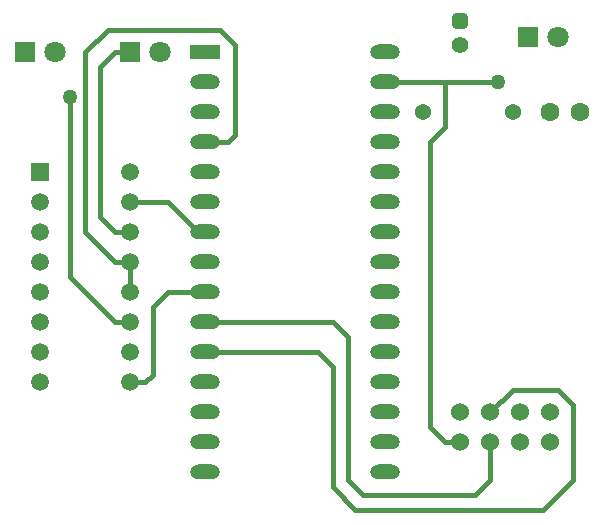
<source format=gbl>
G04 Layer_Physical_Order=2*
G04 Layer_Color=11436288*
%FSLAX25Y25*%
%MOIN*%
G70*
G01*
G75*
%ADD10C,0.01772*%
%ADD11C,0.06299*%
%ADD12C,0.06000*%
%ADD13C,0.05400*%
%ADD14O,0.10000X0.05000*%
%ADD15R,0.10000X0.05000*%
%ADD16C,0.07087*%
%ADD17R,0.07087X0.07087*%
%ADD18C,0.05512*%
G04:AMPARAMS|DCode=19|XSize=55.12mil|YSize=55.12mil|CornerRadius=16.54mil|HoleSize=0mil|Usage=FLASHONLY|Rotation=90.000|XOffset=0mil|YOffset=0mil|HoleType=Round|Shape=RoundedRectangle|*
%AMROUNDEDRECTD19*
21,1,0.05512,0.02205,0,0,90.0*
21,1,0.02205,0.05512,0,0,90.0*
1,1,0.03307,0.01102,0.01102*
1,1,0.03307,0.01102,-0.01102*
1,1,0.03307,-0.01102,-0.01102*
1,1,0.03307,-0.01102,0.01102*
%
%ADD19ROUNDEDRECTD19*%
%ADD20R,0.05906X0.05906*%
%ADD21C,0.05906*%
%ADD22C,0.05000*%
D10*
X250000Y300000D02*
X287500D01*
X292500Y295000D01*
Y255000D02*
Y295000D01*
Y255000D02*
X300000Y247500D01*
X362500D01*
X372500Y257500D01*
Y282500D01*
X367500Y287500D02*
X372500Y282500D01*
X352500Y287500D02*
X367500D01*
X345000Y280000D02*
X352500Y287500D01*
X330000Y390000D02*
X347500D01*
X310000D02*
X330000D01*
Y375000D02*
Y390000D01*
X325000Y370000D02*
X330000Y375000D01*
X325000Y275000D02*
Y370000D01*
Y275000D02*
X330000Y270000D01*
X335000D01*
X345000Y257500D02*
Y270000D01*
X340000Y252500D02*
X345000Y257500D01*
X302500Y252500D02*
X340000D01*
X297500Y257500D02*
X302500Y252500D01*
X297500Y257500D02*
Y305000D01*
X292500Y310000D02*
X297500Y305000D01*
X250000Y310000D02*
X292500D01*
X237500Y320000D02*
X250000D01*
X232500Y315000D02*
X237500Y320000D01*
X232500Y292500D02*
Y315000D01*
X230000Y290000D02*
X232500Y292500D01*
X225000Y290000D02*
X230000D01*
X205000Y325000D02*
Y385000D01*
Y325000D02*
X220000Y310000D01*
X225000D01*
X210000Y340000D02*
X220000Y330000D01*
X225000D01*
X210000Y340000D02*
Y400000D01*
X217500Y407500D02*
X255000D01*
X210000Y400000D02*
X217500Y407500D01*
X225000Y320000D02*
Y330000D01*
X250000Y370000D02*
X257500D01*
X260000Y372500D01*
Y402500D01*
X255000Y407500D02*
X260000Y402500D01*
X215000Y345000D02*
X220000Y340000D01*
X215000Y345000D02*
Y395000D01*
X220000Y400000D01*
Y340000D02*
X225000D01*
X220000Y400000D02*
X225000D01*
Y350000D02*
X237500D01*
X247500Y340000D01*
D11*
X375000Y380000D02*
D03*
X365000D02*
D03*
D12*
X335000Y280000D02*
D03*
Y270000D02*
D03*
X345000Y280000D02*
D03*
Y270000D02*
D03*
X355000Y280000D02*
D03*
Y270000D02*
D03*
X365000Y280000D02*
D03*
Y270000D02*
D03*
D13*
X352500Y380000D02*
D03*
X322500D02*
D03*
D14*
X310000Y260000D02*
D03*
Y270000D02*
D03*
Y280000D02*
D03*
Y290000D02*
D03*
Y300000D02*
D03*
Y310000D02*
D03*
Y320000D02*
D03*
Y330000D02*
D03*
Y340000D02*
D03*
Y350000D02*
D03*
Y360000D02*
D03*
Y370000D02*
D03*
Y380000D02*
D03*
Y390000D02*
D03*
Y400000D02*
D03*
X250000Y260000D02*
D03*
Y270000D02*
D03*
Y280000D02*
D03*
Y290000D02*
D03*
Y300000D02*
D03*
Y310000D02*
D03*
Y320000D02*
D03*
Y330000D02*
D03*
Y340000D02*
D03*
Y350000D02*
D03*
Y360000D02*
D03*
Y370000D02*
D03*
Y380000D02*
D03*
Y390000D02*
D03*
D15*
Y400000D02*
D03*
D16*
X200000D02*
D03*
X235000D02*
D03*
X367500Y405000D02*
D03*
D17*
X190000Y400000D02*
D03*
X225000D02*
D03*
X357500Y405000D02*
D03*
D18*
X335000Y402500D02*
D03*
D19*
Y410374D02*
D03*
D20*
X195000Y360000D02*
D03*
D21*
Y350000D02*
D03*
Y340000D02*
D03*
Y330000D02*
D03*
Y320000D02*
D03*
Y310000D02*
D03*
Y300000D02*
D03*
Y290000D02*
D03*
X225000Y360000D02*
D03*
Y350000D02*
D03*
Y340000D02*
D03*
Y330000D02*
D03*
Y320000D02*
D03*
Y310000D02*
D03*
Y300000D02*
D03*
Y290000D02*
D03*
D22*
X347500Y390000D02*
D03*
X205000Y385000D02*
D03*
M02*

</source>
